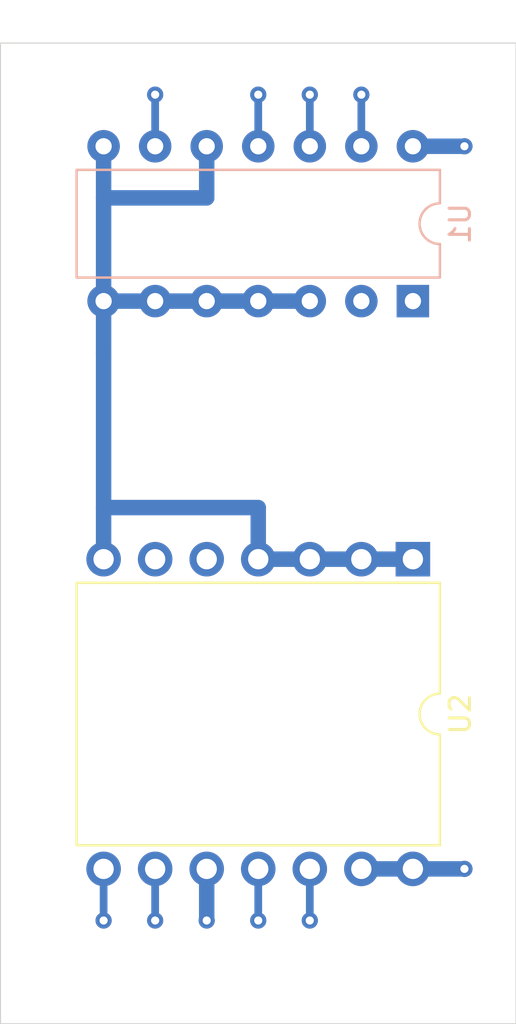
<source format=kicad_pcb>
(kicad_pcb (version 20211014) (generator pcbnew)
  (title_block (title "[title]") (rev "0.1") (company "Len Popp") (comment 1 "Copyright © 2022 Len Popp CC BY") (comment 2 "[description]"))
  (layers (0 "F.Cu" signal) (1 "In1.Cu" signal) (2 "In2.Cu" signal) (31 "B.Cu" signal) (34 "B.Paste" user) (35 "F.Paste" user) (36 "B.SilkS" user "B.Silkscreen") (37 "F.SilkS" user "F.Silkscreen") (38 "B.Mask" user) (39 "F.Mask" user) (44 "Edge.Cuts" user))
  (net 0 "")
  (net 3 "GND")
  (net 4 "Net-(U1-Pad11)")
  (net 5 "+5V")
  (net 6 "Net-(U1-Pad9)")
  (net 7 "Net-(U1-Pad12)")
  (net 8 "Net-(U1-Pad13)")
  (footprint "-lmp-breakout:Breakout_DIP-14_W15.24mm" (layer "F.Cu") (at 152.4 88.9 -90)
    (fp_text reference "U2" (at 7.62 -2.33 90) (layer "F.SilkS"))
    (fp_text value "74HCS74")
    (fp_line (start 14.08 -1.33) (end 8.62 -1.33) (layer "F.SilkS") (width 0.12))
    (fp_line (start 1.16 16.57) (end 14.08 16.57) (layer "F.SilkS") (width 0.12))
    (fp_line (start 1.16 -1.33) (end 1.16 16.57) (layer "F.SilkS") (width 0.12))
    (fp_line (start 14.08 16.57) (end 14.08 -1.33) (layer "F.SilkS") (width 0.12))
    (fp_line (start 6.62 -1.33) (end 1.16 -1.33) (layer "F.SilkS") (width 0.12))
    (fp_arc (start 8.62 -1.33) (mid 7.62 -0.33) (end 6.62 -1.33) (layer "F.SilkS") (width 0.12))
    (pad "1" thru_hole rect (at 0 0 270) (size 1.7 1.7) (drill 1) (layers *.Cu *.Mask) (net 3 "GND"))
    (pad "2" thru_hole circle (at 0 2.54 270) (size 1.7 1.7) (drill 1) (layers *.Cu *.Mask) (net 3 "GND"))
    (pad "3" thru_hole circle (at 0 5.08 270) (size 1.7 1.7) (drill 1) (layers *.Cu *.Mask) (net 3 "GND"))
    (pad "4" thru_hole circle (at 0 7.62 270) (size 1.7 1.7) (drill 1) (layers *.Cu *.Mask) (net 3 "GND"))
    (pad "5" thru_hole circle (at 0 10.16 270) (size 1.7 1.7) (drill 1) (layers *.Cu *.Mask))
    (pad "6" thru_hole circle (at 0 12.7 270) (size 1.7 1.7) (drill 1) (layers *.Cu *.Mask))
    (pad "7" thru_hole circle (at 0 15.24 270) (size 1.7 1.7) (drill 1) (layers *.Cu *.Mask) (net 3 "GND"))
    (pad "8" thru_hole circle (at 15.24 15.24 270) (size 1.7 1.7) (drill 1) (layers *.Cu *.Mask) (net 7 "Net-(U1-Pad12)"))
    (pad "9" thru_hole circle (at 15.24 12.7 270) (size 1.7 1.7) (drill 1) (layers *.Cu *.Mask) (net 8 "Net-(U1-Pad13)"))
    (pad "10" thru_hole circle (at 15.24 10.16 270) (size 1.7 1.7) (drill 1) (layers *.Cu *.Mask) (net 5 "+5V"))
    (pad "11" thru_hole circle (at 15.24 7.62 270) (size 1.7 1.7) (drill 1) (layers *.Cu *.Mask) (net 4 "Net-(U1-Pad11)"))
    (pad "12" thru_hole circle (at 15.24 5.08 270) (size 1.7 1.7) (drill 1) (layers *.Cu *.Mask) (net 6 "Net-(U1-Pad9)"))
    (pad "13" thru_hole circle (at 15.24 2.54 270) (size 1.7 1.7) (drill 1) (layers *.Cu *.Mask) (net 5 "+5V"))
    (pad "14" thru_hole circle (at 15.24 0 270) (size 1.7 1.7) (drill 1) (layers *.Cu *.Mask) (net 5 "+5V"))
  )
  (footprint "Package_DIP:DIP-14_W7.62mm" (layer "B.Cu") (at 152.4 76.2 90)
    (fp_text reference "U1" (at 3.81 2.33 90) (layer "B.SilkS") (effects (justify mirror)))
    (fp_text value "CD4013")
    (fp_line (start 1.16 -16.57) (end 6.46 -16.57) (layer "B.SilkS") (width 0.12))
    (fp_line (start 1.16 1.33) (end 1.16 -16.57) (layer "B.SilkS") (width 0.12))
    (fp_line (start 6.46 -16.57) (end 6.46 1.33) (layer "B.SilkS") (width 0.12))
    (fp_line (start 6.46 1.33) (end 4.81 1.33) (layer "B.SilkS") (width 0.12))
    (fp_line (start 2.81 1.33) (end 1.16 1.33) (layer "B.SilkS") (width 0.12))
    (fp_arc (start 2.81 1.33) (mid 3.81 0.33) (end 4.81 1.33) (layer "B.SilkS") (width 0.12))
    (pad "1" thru_hole rect (at 0 0 90) (size 1.6 1.6) (drill 0.8) (layers *.Cu *.Mask))
    (pad "2" thru_hole oval (at 0 -2.54 90) (size 1.6 1.6) (drill 0.8) (layers *.Cu *.Mask))
    (pad "3" thru_hole oval (at 0 -5.08 90) (size 1.6 1.6) (drill 0.8) (layers *.Cu *.Mask) (net 3 "GND"))
    (pad "4" thru_hole oval (at 0 -7.62 90) (size 1.6 1.6) (drill 0.8) (layers *.Cu *.Mask) (net 3 "GND"))
    (pad "5" thru_hole oval (at 0 -10.16 90) (size 1.6 1.6) (drill 0.8) (layers *.Cu *.Mask) (net 3 "GND"))
    (pad "6" thru_hole oval (at 0 -12.7 90) (size 1.6 1.6) (drill 0.8) (layers *.Cu *.Mask) (net 3 "GND"))
    (pad "7" thru_hole oval (at 0 -15.24 90) (size 1.6 1.6) (drill 0.8) (layers *.Cu *.Mask) (net 3 "GND"))
    (pad "8" thru_hole oval (at 7.62 -15.24 90) (size 1.6 1.6) (drill 0.8) (layers *.Cu *.Mask) (net 3 "GND"))
    (pad "9" thru_hole oval (at 7.62 -12.7 90) (size 1.6 1.6) (drill 0.8) (layers *.Cu *.Mask) (net 6 "Net-(U1-Pad9)"))
    (pad "10" thru_hole oval (at 7.62 -10.16 90) (size 1.6 1.6) (drill 0.8) (layers *.Cu *.Mask) (net 3 "GND"))
    (pad "11" thru_hole oval (at 7.62 -7.62 90) (size 1.6 1.6) (drill 0.8) (layers *.Cu *.Mask) (net 4 "Net-(U1-Pad11)"))
    (pad "12" thru_hole oval (at 7.62 -5.08 90) (size 1.6 1.6) (drill 0.8) (layers *.Cu *.Mask) (net 7 "Net-(U1-Pad12)"))
    (pad "13" thru_hole oval (at 7.62 -2.54 90) (size 1.6 1.6) (drill 0.8) (layers *.Cu *.Mask) (net 8 "Net-(U1-Pad13)"))
    (pad "14" thru_hole oval (at 7.62 0 90) (size 1.6 1.6) (drill 0.8) (layers *.Cu *.Mask) (net 5 "+5V"))
  )
  (gr_line (start 157.48 111.76) (end 132.08 111.76) (layer "Edge.Cuts") (width 0.05))
  (gr_line (start 157.48 63.5) (end 157.48 111.76) (layer "Edge.Cuts") (width 0.05))
  (gr_line (start 132.08 111.76) (end 132.08 63.5) (layer "Edge.Cuts") (width 0.05))
  (gr_line (start 132.08 63.5) (end 157.48 63.5) (layer "Edge.Cuts") (width 0.05))
  (segment (start 137.16 76.2) (end 137.16 78.74) (width 0.762) (layer "B.Cu") (net 3))
  (segment (start 142.24 71.12) (end 137.16 71.12) (width 0.762) (layer "B.Cu") (net 3))
  (segment (start 137.16 86.36) (end 137.16 88.9) (width 0.762) (layer "B.Cu") (net 3))
  (segment (start 142.24 68.58) (end 142.24 71.12) (width 0.762) (layer "B.Cu") (net 3))
  (segment (start 144.78 86.36) (end 137.16 86.36) (width 0.762) (layer "B.Cu") (net 3))
  (segment (start 152.4 88.9) (end 144.78 88.9) (width 0.762) (layer "B.Cu") (net 3))
  (segment (start 137.16 76.2) (end 137.16 71.12) (width 0.762) (layer "B.Cu") (net 3))
  (segment (start 137.16 71.12) (end 137.16 68.58) (width 0.762) (layer "B.Cu") (net 3))
  (segment (start 147.32 76.2) (end 137.16 76.2) (width 0.762) (layer "B.Cu") (net 3))
  (segment (start 137.16 78.74) (end 137.16 86.36) (width 0.762) (layer "B.Cu") (net 3))
  (segment (start 144.78 88.9) (end 144.78 86.36) (width 0.762) (layer "B.Cu") (net 3))
  (via (at 144.78 106.68) (size 0.8) (drill 0.4) (layers "F.Cu" "B.Cu") (net 4))
  (via (at 144.78 66.04) (size 0.8) (drill 0.4) (layers "F.Cu" "B.Cu") (net 4))
  (segment (start 144.78 68.58) (end 144.78 66.04) (width 0.381) (layer "B.Cu") (net 4))
  (segment (start 144.78 104.14) (end 144.78 106.68) (width 0.381) (layer "B.Cu") (net 4))
  (via (at 154.94 68.58) (size 0.8) (drill 0.4) (layers "F.Cu" "B.Cu") (net 5))
  (via (at 142.24 106.68) (size 0.8) (drill 0.4) (layers "F.Cu" "B.Cu") (net 5))
  (via (at 154.94 104.14) (size 0.8) (drill 0.4) (layers "F.Cu" "B.Cu") (net 5))
  (segment (start 154.94 104.14) (end 149.86 104.14) (width 0.762) (layer "B.Cu") (net 5))
  (segment (start 152.4 68.58) (end 154.94 68.58) (width 0.762) (layer "B.Cu") (net 5))
  (segment (start 142.24 106.68) (end 142.24 104.14) (width 0.762) (layer "B.Cu") (net 5))
  (via (at 139.7 66.04) (size 0.8) (drill 0.4) (layers "F.Cu" "B.Cu") (net 6))
  (via (at 147.32 106.68) (size 0.8) (drill 0.4) (layers "F.Cu" "B.Cu") (net 6))
  (segment (start 139.7 68.58) (end 139.7 66.04) (width 0.381) (layer "B.Cu") (net 6))
  (segment (start 147.32 104.14) (end 147.32 106.68) (width 0.381) (layer "B.Cu") (net 6))
  (via (at 147.32 66.04) (size 0.8) (drill 0.4) (layers "F.Cu" "B.Cu") (net 7))
  (via (at 137.16 106.68) (size 0.8) (drill 0.4) (layers "F.Cu" "B.Cu") (net 7))
  (segment (start 137.16 106.68) (end 137.16 104.14) (width 0.381) (layer "B.Cu") (net 7))
  (segment (start 147.32 68.58) (end 147.32 66.04) (width 0.381) (layer "B.Cu") (net 7))
  (via (at 149.86 66.04) (size 0.8) (drill 0.4) (layers "F.Cu" "B.Cu") (net 8))
  (via (at 139.7 106.68) (size 0.8) (drill 0.4) (layers "F.Cu" "B.Cu") (net 8))
  (segment (start 149.86 68.58) (end 149.86 66.04) (width 0.381) (layer "B.Cu") (net 8))
  (segment (start 139.7 104.14) (end 139.7 106.68) (width 0.381) (layer "B.Cu") (net 8))
)
</source>
